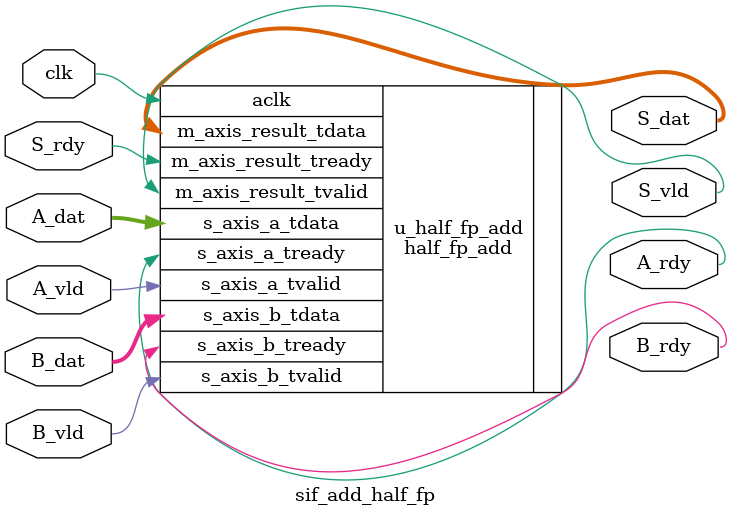
<source format=v>
`timescale 1ns / 1ps


module sif_add_half_fp(
  input                       clk,
  input                       A_vld,
  input   [16-1:0]       A_dat,
  output                      A_rdy,
  input                       B_vld,
  input   [16-1:0]       B_dat,
  output                      B_rdy,
  output                      S_vld,
  output  [16-1:0]       S_dat,
  input                       S_rdy
    );
    
half_fp_add u_half_fp_add (
  .aclk(clk),                                  // input wire aclk
  .s_axis_a_tvalid(A_vld),            // input wire s_axis_a_tvalid
  .s_axis_a_tready(A_rdy),            // output wire s_axis_a_tready
  .s_axis_a_tdata(A_dat),              // input wire [15 : 0] s_axis_a_tdata
  .s_axis_b_tvalid(B_vld),            // input wire s_axis_b_tvalid
  .s_axis_b_tready(B_rdy),            // output wire s_axis_b_tready
  .s_axis_b_tdata(B_dat),              // input wire [15 : 0] s_axis_b_tdata
  //.s_axis_operation_tvalid(1'b1),  // input wire s_axis_operation_tvalid
  //.s_axis_operation_tready(),  // output wire s_axis_operation_tready
  //.s_axis_operation_tdata({{7{1'b0}}, is_sub}),    // input wire [7 : 0] s_axis_operation_tdata
  .m_axis_result_tvalid(S_vld),  // output wire m_axis_result_tvalid
  .m_axis_result_tready(S_rdy),  // input wire m_axis_result_tready
  .m_axis_result_tdata(S_dat)    // output wire [15 : 0] m_axis_result_tdata
);    

endmodule

</source>
